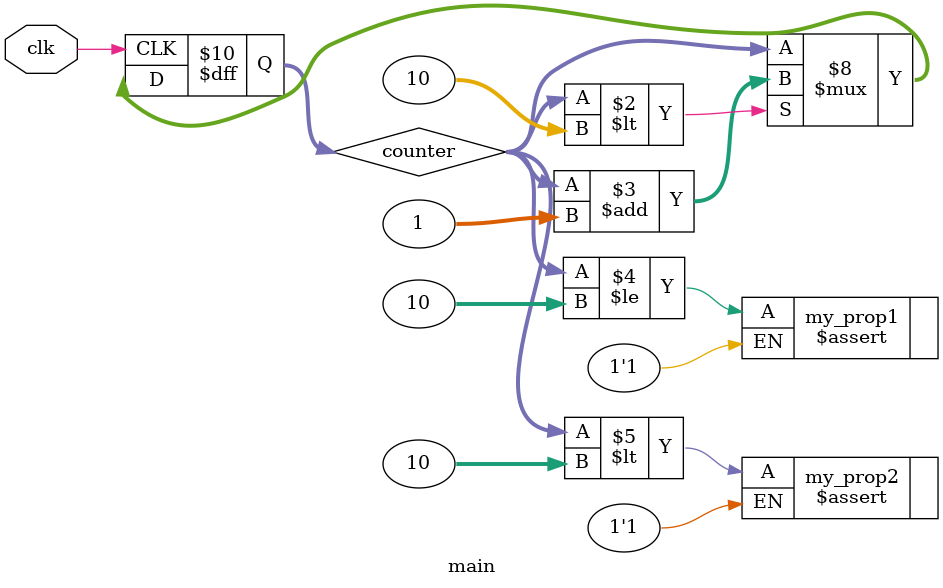
<source format=sv>
module main(input clk);

  reg [31:0] counter;
  
  always @(posedge clk)
    if(counter<10)
      counter=counter+1;

  initial counter=0;
  
  my_prop1: assert property (counter<=10);
  my_prop2: assert property (counter<10);

endmodule 

</source>
